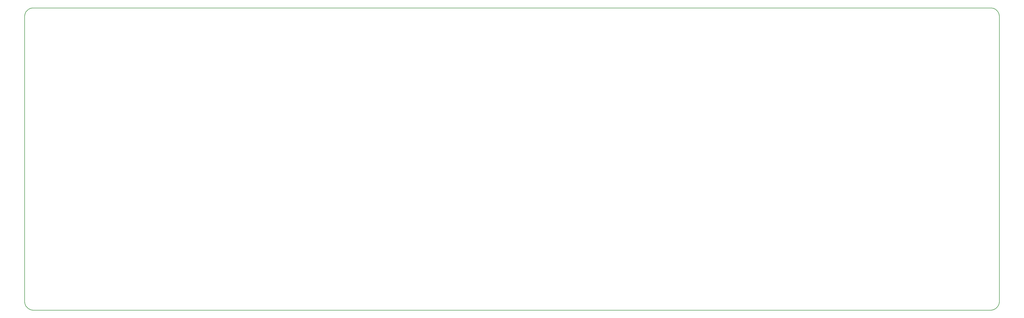
<source format=gm1>
G04 #@! TF.GenerationSoftware,KiCad,Pcbnew,(6.0.2-0)*
G04 #@! TF.CreationDate,2022-03-14T13:33:38+01:00*
G04 #@! TF.ProjectId,lasercut,6c617365-7263-4757-942e-6b696361645f,rev?*
G04 #@! TF.SameCoordinates,Original*
G04 #@! TF.FileFunction,Profile,NP*
%FSLAX46Y46*%
G04 Gerber Fmt 4.6, Leading zero omitted, Abs format (unit mm)*
G04 Created by KiCad (PCBNEW (6.0.2-0)) date 2022-03-14 13:33:38*
%MOMM*%
%LPD*%
G01*
G04 APERTURE LIST*
G04 #@! TA.AperFunction,Profile*
%ADD10C,0.200000*%
G04 #@! TD*
G04 APERTURE END LIST*
D10*
X356581000Y-125053620D02*
X356354000Y-125117010D01*
X22805240Y-125190040D02*
X22570990Y-125163860D01*
X358646000Y-122435340D02*
X358617000Y-122669620D01*
X357015000Y-124873100D02*
X356802000Y-124970930D01*
X20050540Y-122435340D02*
X20039530Y-122199680D01*
X356354000Y-125117010D02*
X356122000Y-125163860D01*
X358571000Y-122899730D02*
X358506000Y-123127100D01*
X358617000Y-122669620D02*
X358571000Y-122899730D01*
X23040890Y-19947690D02*
X355654000Y-19949690D01*
X358327000Y-21587690D02*
X358426000Y-21799690D01*
X358506000Y-123127100D02*
X358426000Y-123348960D01*
X20123600Y-122899730D02*
X20076710Y-122669620D01*
X21891610Y-20177690D02*
X22113480Y-20095690D01*
X358617000Y-22479690D02*
X358646000Y-22713690D01*
X358327000Y-123561190D02*
X358212000Y-123767880D01*
X20040910Y-22949690D02*
X20050540Y-22713690D01*
X22339470Y-20031690D02*
X22570990Y-19984690D01*
X357221000Y-20391690D02*
X357416000Y-20520690D01*
X20483260Y-123767880D02*
X20367510Y-123561190D01*
X356802000Y-20177690D02*
X357015000Y-20275690D01*
X20076710Y-122669620D02*
X20050540Y-122435340D01*
X355890000Y-19958690D02*
X356122000Y-19984690D01*
X20186960Y-22021690D02*
X20269650Y-21799690D01*
X358212000Y-21380690D02*
X358327000Y-21587690D01*
X22570990Y-125163860D02*
X22339470Y-125117010D01*
X20612800Y-123963570D02*
X20483260Y-123767880D01*
X357221000Y-124757320D02*
X357015000Y-124873100D01*
X20269650Y-21799690D02*
X20367510Y-21587690D01*
X20918720Y-124321890D02*
X20758850Y-124148250D01*
X358571000Y-22247690D02*
X358617000Y-22479690D01*
X20612800Y-21185690D02*
X20758850Y-21000690D01*
X20269650Y-123348960D02*
X20186960Y-123127100D01*
X21092360Y-124481730D02*
X20918720Y-124321890D01*
X356581000Y-20095690D02*
X356802000Y-20177690D01*
X358212000Y-123767880D02*
X358080000Y-123963570D01*
X20050540Y-22713690D02*
X20076710Y-22479690D01*
X20918720Y-20826690D02*
X21092360Y-20667690D01*
X358654000Y-122199680D02*
X358646000Y-122435340D01*
X22113480Y-20095690D02*
X22339470Y-20031690D01*
X357934000Y-21000690D02*
X358080000Y-21185690D01*
X20758850Y-21000690D02*
X20918720Y-20826690D01*
X358654000Y-22949690D02*
X358654000Y-122199680D01*
X356354000Y-20031690D02*
X356581000Y-20095690D01*
X21277010Y-124627780D02*
X21092360Y-124481730D01*
X21277010Y-20520690D02*
X21472690Y-20391690D01*
X21891610Y-124970930D02*
X21679380Y-124873100D01*
X20186960Y-123127100D02*
X20123600Y-122899730D01*
X20758850Y-124148250D02*
X20612800Y-123963570D01*
X20039530Y-122199680D02*
X20040910Y-22949690D01*
X358426000Y-123348960D02*
X358327000Y-123561190D01*
X357602000Y-20667690D02*
X357775000Y-20826690D01*
X23040890Y-125199670D02*
X22805240Y-125190040D01*
X356122000Y-19984690D02*
X356354000Y-20031690D01*
X21472690Y-124757320D02*
X21277010Y-124627780D01*
X358080000Y-21185690D02*
X358212000Y-21380690D01*
X20367510Y-123561190D02*
X20269650Y-123348960D01*
X357416000Y-124627780D02*
X357221000Y-124757320D01*
X355654000Y-125199670D02*
X23040890Y-125199670D01*
X356802000Y-124970930D02*
X356581000Y-125053620D01*
X356122000Y-125163860D02*
X355890000Y-125190040D01*
X355890000Y-125190040D02*
X355654000Y-125199670D01*
X22113480Y-125053620D02*
X21891610Y-124970930D01*
X357602000Y-124481730D02*
X357416000Y-124627780D01*
X20076710Y-22479690D02*
X20123600Y-22247690D01*
X21472690Y-20391690D02*
X21679380Y-20275690D01*
X20483260Y-21380690D02*
X20612800Y-21185690D01*
X357775000Y-124321890D02*
X357602000Y-124481730D01*
X21092360Y-20667690D02*
X21277010Y-20520690D01*
X21679380Y-20275690D02*
X21891610Y-20177690D01*
X22570990Y-19984690D02*
X22805240Y-19958690D01*
X357416000Y-20520690D02*
X357602000Y-20667690D01*
X22339470Y-125117010D02*
X22113480Y-125053620D01*
X357015000Y-20275690D02*
X357221000Y-20391690D01*
X357775000Y-20826690D02*
X357934000Y-21000690D01*
X358426000Y-21799690D02*
X358506000Y-22021690D01*
X22805240Y-19958690D02*
X23040890Y-19947690D01*
X355654000Y-19949690D02*
X355890000Y-19958690D01*
X20367510Y-21587690D02*
X20483260Y-21380690D01*
X21679380Y-124873100D02*
X21472690Y-124757320D01*
X357934000Y-124148250D02*
X357775000Y-124321890D01*
X358080000Y-123963570D02*
X357934000Y-124148250D01*
X20123600Y-22247690D02*
X20186960Y-22021690D01*
X358646000Y-22713690D02*
X358654000Y-22949690D01*
X358506000Y-22021690D02*
X358571000Y-22247690D01*
M02*

</source>
